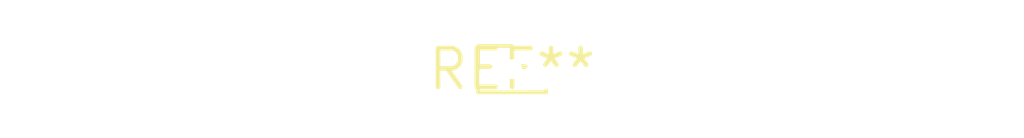
<source format=kicad_pcb>
(kicad_pcb (version 20240108) (generator pcbnew)
  (layers (0 "F.Cu" signal) (31 "B.Cu" signal) (34 "B.Paste" user) (35 "F.Paste" user) (36 "B.SilkS" user "B.Silkscreen") (37 "F.SilkS" user "F.Silkscreen") (38 "B.Mask" user) (39 "F.Mask" user) (44 "Edge.Cuts" user))
  (net 0 "")
  (footprint "PinHeader_1x01_P1.27mm_Vertical" (layer "F.Cu") (at 0 0)
    (property "Reference" "REF**")
    (property "Value" "PinHeader_1x01_P1.27mm_Vertical")
    (fp_line (start -1.11 -0.76) (end 0 -0.76) (layer "F.SilkS") (stroke (width 0.12)))
    (fp_line (start -1.11 0) (end -1.11 -0.76) (layer "F.SilkS") (stroke (width 0.12)))
    (fp_line (start -1.11 0.76) (end -1.11 0.695) (layer "F.SilkS") (stroke (width 0.12)))
    (fp_line (start -1.11 0.76) (end -0.563471 0.76) (layer "F.SilkS") (stroke (width 0.12)))
    (fp_line (start -1.11 0.76) (end 1.11 0.76) (layer "F.SilkS") (stroke (width 0.12)))
    (fp_line (start 0.563471 0.76) (end 1.11 0.76) (layer "F.SilkS") (stroke (width 0.12)))
    (fp_line (start 1.11 0.76) (end 1.11 0.695) (layer "F.SilkS") (stroke (width 0.12)))
    (pad "1" thru_hole rect (at 0 0) (size 1 1) (drill 0.65) (layers *.Cu *.Mask) (remove_unused_layers))
  )
)
</source>
